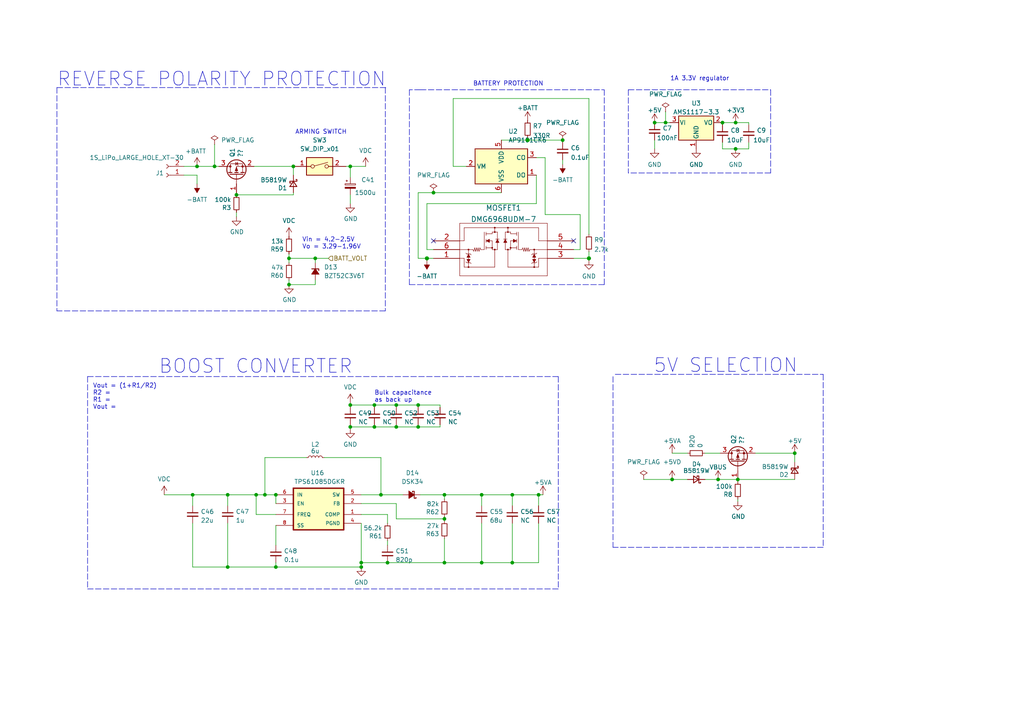
<source format=kicad_sch>
(kicad_sch (version 20211123) (generator eeschema)
  (paper "A4")
  (lib_symbols
    (symbol "Battery_Management:AP9101CK6"
      (property "Reference" "U" (at -7.62 6.35 0))
      (property "Value" "AP9101CK6" (at 7.62 6.35 0))
      (symbol "AP9101CK6_1_1"
        (pin output line (at 10.16 -2.54 180) (length 2.54) (name "DO") (number "1"))
        (pin passive line (at -10.16 0 0) (length 2.54) (name "VM") (number "2"))
        (pin output line (at 10.16 2.54 180) (length 2.54) (name "CO") (number "3"))
        (pin no_connect line (at -7.62 -2.54 0) (length 2.54) hide (name "NC") (number "4"))
        (pin power_in line (at 0 7.62 270) (length 2.54) (name "VDD") (number "5"))
        (pin power_in line (at 0 -7.62 90) (length 2.54) (name "VSS") (number "6"))
      )
    )
    (symbol "Connector:Conn_01x02_Female" (pin_names (offset 1.016) hide)
      (property "Reference" "J" (at 0 2.54 0))
      (property "Value" "Conn_01x02_Female" (at 0 -5.08 0))
      (symbol "Conn_01x02_Female_1_1"
        (pin passive line (at -5.08 0 0) (length 3.81) (name "Pin_1") (number "1"))
        (pin passive line (at -5.08 -2.54 0) (length 3.81) (name "Pin_2") (number "2"))
      )
    )
    (symbol "DMG6968UDM-7:DMG6968UDM-7" (pin_names (offset 0.254) hide)
      (property "Reference" "MOSFET" (at 20.32 10.16 0))
      (property "Value" "DMG6968UDM-7" (at 20.32 7.62 0))
      (symbol "DMG6968UDM-7_1_1"
        (pin unspecified line (at 0 -5.08 0) (length 7.62) (name "S1") (number "1"))
        (pin unspecified line (at 0 0 0) (length 7.62) (name "D1/D2") (number "2"))
        (pin unspecified line (at 40.64 -5.08 180) (length 7.62) (name "S2") (number "3"))
        (pin unspecified line (at 40.64 -2.54 180) (length 7.62) (name "G2") (number "4"))
        (pin unspecified line (at 40.64 0 180) (length 7.62) (name "D1/D2") (number "5"))
        (pin unspecified line (at 0 -2.54 0) (length 7.62) (name "G1") (number "6"))
      )
    )
    (symbol "Device:C_Polarized_Small" (pin_numbers hide) (pin_names (offset 0.254) hide)
      (property "Reference" "C" (at 0.254 1.778 0))
      (property "Value" "C_Polarized_Small" (at 0.254 -2.032 0))
      (symbol "C_Polarized_Small_1_1"
        (pin passive line (at 0 2.54 270) (length 1.8542) (name "~") (number "1"))
        (pin passive line (at 0 -2.54 90) (length 1.8542) (name "~") (number "2"))
      )
    )
    (symbol "Device:C_Small" (pin_numbers hide) (pin_names (offset 0.254) hide)
      (property "Reference" "C" (at 0.254 1.778 0))
      (property "Value" "C_Small" (at 0.254 -2.032 0))
      (symbol "C_Small_1_1"
        (pin passive line (at 0 2.54 270) (length 2.032) (name "~") (number "1"))
        (pin passive line (at 0 -2.54 90) (length 2.032) (name "~") (number "2"))
      )
    )
    (symbol "Device:D_Schottky_Small" (pin_numbers hide) (pin_names (offset 0.254) hide)
      (property "Reference" "D" (at -1.27 2.032 0))
      (property "Value" "D_Schottky_Small" (at -7.112 -2.032 0))
      (symbol "D_Schottky_Small_1_1"
        (pin passive line (at -2.54 0 0) (length 1.778) (name "K") (number "1"))
        (pin passive line (at 2.54 0 180) (length 1.778) (name "A") (number "2"))
      )
    )
    (symbol "Device:D_Schottky_Small_Filled" (pin_numbers hide) (pin_names (offset 0.254) hide)
      (property "Reference" "D" (at -1.27 2.032 0))
      (property "Value" "D_Schottky_Small_Filled" (at -7.112 -2.032 0))
      (symbol "D_Schottky_Small_Filled_1_1"
        (pin passive line (at -2.54 0 0) (length 1.778) (name "K") (number "1"))
        (pin passive line (at 2.54 0 180) (length 1.778) (name "A") (number "2"))
      )
    )
    (symbol "Device:D_Zener_Small_Filled" (pin_numbers hide) (pin_names (offset 0.254) hide)
      (property "Reference" "D" (at 0 2.286 0))
      (property "Value" "D_Zener_Small_Filled" (at 0 -2.286 0))
      (symbol "D_Zener_Small_Filled_1_1"
        (pin passive line (at -2.54 0 0) (length 1.778) (name "K") (number "1"))
        (pin passive line (at 2.54 0 180) (length 1.778) (name "A") (number "2"))
      )
    )
    (symbol "Device:FerriteBead_Small" (pin_numbers hide) (pin_names (offset 0))
      (property "Reference" "FB" (at 1.905 1.27 0))
      (property "Value" "FerriteBead_Small" (at 1.905 -1.27 0))
      (symbol "FerriteBead_Small_1_1"
        (pin passive line (at 0 2.54 270) (length 1.27) (name "~") (number "1"))
        (pin passive line (at 0 -2.54 90) (length 1.27) (name "~") (number "2"))
      )
    )
    (symbol "Device:L_Small" (pin_numbers hide) (pin_names (offset 0.254) hide)
      (property "Reference" "L" (at 0.762 1.016 0))
      (property "Value" "L_Small" (at 0.762 -1.016 0))
      (symbol "L_Small_1_1"
        (pin passive line (at 0 2.54 270) (length 0.508) (name "~") (number "1"))
        (pin passive line (at 0 -2.54 90) (length 0.508) (name "~") (number "2"))
      )
    )
    (symbol "Device:R_Small" (pin_numbers hide) (pin_names (offset 0.254) hide)
      (property "Reference" "R" (at 0.762 0.508 0))
      (property "Value" "R_Small" (at 0.762 -1.016 0))
      (symbol "R_Small_1_1"
        (pin passive line (at 0 2.54 270) (length 0.762) (name "~") (number "1"))
        (pin passive line (at 0 -2.54 90) (length 0.762) (name "~") (number "2"))
      )
    )
    (symbol "FP6276BXR-G1:FP6276BXR-G1"
      (property "Reference" "U1" (at 1.778 9.745 0))
      (property "Value" "FP6276BXR-G1" (at 0 7.2081 0))
      (symbol "FP6276BXR-G1_1_1"
        (pin passive line (at -6.985 1.905 0) (length 2.54) (name "LX") (number "1"))
        (pin output line (at -6.985 -0.635 0) (length 2.54) (name "LX") (number "2"))
        (pin input line (at -6.985 -3.175 0) (length 2.54) (name "VIN") (number "3"))
        (pin input line (at -6.985 -5.715 0) (length 2.54) (name "EN") (number "4"))
        (pin input line (at 6.985 -5.715 180) (length 2.54) (name "GND") (number "5"))
        (pin input line (at 6.985 -3.175 180) (length 2.54) (name "FB") (number "6"))
        (pin output line (at 6.985 -0.635 180) (length 2.54) (name "OC") (number "7"))
        (pin output line (at 6.985 1.905 180) (length 2.54) (name "VO") (number "8"))
      )
    )
    (symbol "Regulator_Linear:AMS1117-3.3" (pin_names (offset 0.254))
      (property "Reference" "U" (at -3.81 3.175 0))
      (property "Value" "AMS1117-3.3" (at 0 3.175 0))
      (symbol "AMS1117-3.3_1_1"
        (pin power_in line (at 0 -7.62 90) (length 2.54) (name "GND") (number "1"))
        (pin power_out line (at 7.62 0 180) (length 2.54) (name "VO") (number "2"))
        (pin power_in line (at -7.62 0 0) (length 2.54) (name "VI") (number "3"))
      )
    )
    (symbol "Switch:SW_DIP_x01" (pin_names (offset 0) hide)
      (property "Reference" "SW" (at 0 3.81 0))
      (property "Value" "SW_DIP_x01" (at 0 -3.81 0))
      (symbol "SW_DIP_x01_1_1"
        (pin passive line (at -7.62 0 0) (length 5.08) (name "~") (number "1"))
        (pin passive line (at 7.62 0 180) (length 5.08) (name "~") (number "2"))
      )
    )
    (symbol "TPS61085DGKR:TPS61085DGKR" (pin_names (offset 1.016))
      (property "Reference" "U" (at -6.35 -0.635 0))
      (property "Value" "TPS61085DGKR" (at -12.7 -16.6878 0))
      (symbol "TPS61085DGKR_0_0"
        (pin bidirectional line (at 6.985 -8.89 180) (length 5.08) (name "COMP") (number "1"))
        (pin input line (at 6.985 -5.715 180) (length 5.08) (name "FB") (number "2"))
        (pin input line (at -17.78 -5.715 0) (length 5.08) (name "EN") (number "3"))
        (pin power_in line (at 6.985 -11.43 180) (length 5.08) (name "PGND") (number "4"))
        (pin input line (at 6.985 -3.175 180) (length 5.08) (name "SW") (number "5"))
        (pin input line (at -17.78 -3.175 0) (length 5.08) (name "IN") (number "6"))
        (pin input line (at -17.78 -8.89 0) (length 5.08) (name "FREQ") (number "7"))
        (pin output line (at -17.78 -12.065 0) (length 5.08) (name "SS") (number "8"))
      )
    )
    (symbol "Transistor_FET:Si2319CDS" (pin_names hide)
      (property "Reference" "Q" (at 5.08 1.905 0))
      (property "Value" "Si2319CDS" (at 5.08 0 0))
      (symbol "Si2319CDS_1_1"
        (pin input line (at -5.08 0 0) (length 2.54) (name "G") (number "1"))
        (pin passive line (at 2.54 -5.08 90) (length 2.54) (name "S") (number "2"))
        (pin passive line (at 2.54 5.08 270) (length 2.54) (name "D") (number "3"))
      )
    )
    (symbol "power:+3.3V" (power) (pin_names (offset 0))
      (property "Value" "+3.3V" (at 0 3.556 0))
      (symbol "+3.3V_1_1"
        (pin power_in line (at 0 0 90) (length 0) hide (name "+3V3") (number "1"))
      )
    )
    (symbol "power:+5V" (power) (pin_names (offset 0))
      (property "Value" "+5V" (at 0 3.556 0))
      (symbol "+5V_1_1"
        (pin power_in line (at 0 0 90) (length 0) hide (name "+5V") (number "1"))
      )
    )
    (symbol "power:+5VA" (power) (pin_names (offset 0))
      (property "Value" "+5VA" (at 0 3.556 0))
      (symbol "+5VA_1_1"
        (pin power_in line (at 0 0 90) (length 0) hide (name "+5VA") (number "1"))
      )
    )
    (symbol "power:+5VD" (power) (pin_names (offset 0))
      (property "Value" "+5VD" (at 0 3.556 0))
      (symbol "+5VD_1_1"
        (pin power_in line (at 0 0 90) (length 0) hide (name "+5VD") (number "1"))
      )
    )
    (symbol "power:+BATT" (power) (pin_names (offset 0))
      (property "Value" "+BATT" (at 0 3.556 0))
      (symbol "+BATT_1_1"
        (pin power_in line (at 0 0 90) (length 0) hide (name "+BATT") (number "1"))
      )
    )
    (symbol "power:-BATT" (power) (pin_names (offset 0))
      (property "Value" "-BATT" (at 0 3.556 0))
      (symbol "-BATT_1_1"
        (pin power_in line (at 0 0 90) (length 0) hide (name "-BATT") (number "1"))
      )
    )
    (symbol "power:GND" (power) (pin_names (offset 0))
      (property "Value" "GND" (at 0 -3.81 0))
      (symbol "GND_1_1"
        (pin power_in line (at 0 0 270) (length 0) hide (name "GND") (number "1"))
      )
    )
    (symbol "power:PWR_FLAG" (power) (pin_numbers hide) (pin_names (offset 0) hide)
      (property "Value" "PWR_FLAG" (at 0 3.81 0))
      (symbol "PWR_FLAG_0_0"
        (pin power_out line (at 0 0 90) (length 0) (name "pwr") (number "1"))
      )
    )
    (symbol "power:VBUS" (power) (pin_names (offset 0))
      (property "Value" "VBUS" (at 0 3.81 0))
      (symbol "VBUS_1_1"
        (pin power_in line (at 0 0 90) (length 0) hide (name "VBUS") (number "1"))
      )
    )
    (symbol "power:VDC" (power) (pin_names (offset 0))
      (property "Value" "VDC" (at 0 6.35 0))
      (symbol "VDC_1_1"
        (pin power_in line (at 0 0 90) (length 0) hide (name "VDC") (number "1"))
      )
    )
  )
  (junction (at 66.04 143.51))
  (junction (at 170.815 74.93) (diameter 1.016))
  (junction (at 80.01 164.465))
  (junction (at -60.325 123.825))
  (junction (at -129.54 139.7))
  (junction (at -119.38 149.86))
  (junction (at -117.475 142.24))
  (junction (at 209.55 35.56))
  (junction (at -73.66 123.825))
  (junction (at 74.295 143.51))
  (junction (at -46.99 140.335))
  (junction (at -62.865 151.765))
  (junction (at 148.59 163.195))
  (junction (at 128.905 163.195))
  (junction (at 193.04 35.56))
  (junction (at 121.285 117.475))
  (junction (at 139.7 163.195))
  (junction (at 108.585 123.825))
  (junction (at -66.675 117.475))
  (junction (at 121.285 123.825))
  (junction (at 194.945 139.065))
  (junction (at 114.935 123.825))
  (junction (at 230.505 131.445))
  (junction (at 101.6 117.475))
  (junction (at -53.975 117.475))
  (junction (at 68.58 56.515))
  (junction (at 114.935 117.475))
  (junction (at -67.945 140.335))
  (junction (at -53.975 123.825))
  (junction (at 76.835 143.51))
  (junction (at 57.15 48.26))
  (junction (at 62.23 48.26))
  (junction (at 189.865 35.56))
  (junction (at 83.82 74.93))
  (junction (at 104.775 163.195))
  (junction (at -142.24 139.7))
  (junction (at 128.905 150.495))
  (junction (at -46.99 151.765))
  (junction (at 125.73 55.88))
  (junction (at 208.28 139.065))
  (junction (at -80.01 140.335))
  (junction (at -80.01 146.05))
  (junction (at 123.825 74.93) (diameter 1.016))
  (junction (at 85.09 48.26))
  (junction (at 101.6 48.26))
  (junction (at 101.6 123.825))
  (junction (at 213.36 43.18))
  (junction (at -27.94 140.335))
  (junction (at 163.195 40.64))
  (junction (at -73.66 117.475))
  (junction (at 83.82 82.55))
  (junction (at 213.995 139.065))
  (junction (at 80.01 143.51))
  (junction (at 112.395 163.195))
  (junction (at 153.035 40.64) (diameter 1.016))
  (junction (at -66.675 123.825))
  (junction (at 91.44 74.93))
  (junction (at -60.325 117.475))
  (junction (at 213.36 35.56))
  (junction (at 55.88 143.51))
  (junction (at 108.585 117.475))
  (junction (at 104.775 164.465))
  (junction (at -117.475 139.7))
  (junction (at 148.59 143.51))
  (junction (at 139.7 143.51))
  (junction (at -134.62 139.7))
  (junction (at -33.02 140.335))
  (junction (at 110.49 143.51))
  (junction (at 128.905 143.51))
  (junction (at 66.04 164.465))
  (junction (at 156.21 143.51))
  (no_connect (at 125.73 69.85))
  (no_connect (at 166.37 69.85))
  (polyline (pts (xy 238.76 158.75) (xy 177.8 158.75)))
  (wire (pts (xy -46.99 149.86) (xy -46.99 151.765)))
  (wire (pts (xy 139.7 163.195) (xy 148.59 163.195)))
  (wire (pts (xy 127.635 117.475) (xy 121.285 117.475)))
  (wire (pts (xy -60.325 117.475) (xy -60.325 118.11)))
  (wire (pts (xy 217.17 41.275) (xy 217.17 43.18)))
  (wire (pts (xy -73.66 123.19) (xy -73.66 123.825)))
  (wire (pts (xy -111.125 128.905) (xy -107.95 128.905)))
  (wire (pts (xy 68.58 61.595) (xy 68.58 62.865)))
  (wire (pts (xy 104.775 163.195) (xy 112.395 163.195)))
  (wire (pts (xy -100.965 149.86) (xy -99.06 149.86)))
  (wire (pts (xy 85.09 48.26) (xy 85.09 50.8)))
  (wire (pts (xy -60.325 117.475) (xy -66.675 117.475)))
  (wire (pts (xy -119.38 149.86) (xy -114.935 149.86)))
  (wire (pts (xy -27.94 140.335) (xy -20.32 140.335)))
  (wire (pts (xy -129.54 139.7) (xy -128.27 139.7)))
  (wire (pts (xy -114.935 144.78) (xy -117.475 144.78)))
  (polyline (pts (xy 121.92 26.035) (xy 175.26 26.035)) (stroke (width 0) (type dash)))
  (wire (pts (xy 128.905 143.51) (xy 128.905 144.78)))
  (wire (pts (xy 135.255 48.26) (xy 131.445 48.26)))
  (wire (pts (xy 62.23 41.91) (xy 62.23 48.26)))
  (wire (pts (xy -142.24 139.7) (xy -134.62 139.7)))
  (wire (pts (xy 125.73 55.88) (xy 121.285 55.88)))
  (wire (pts (xy 170.815 73.025) (xy 170.815 74.93)))
  (wire (pts (xy 156.21 163.195) (xy 156.21 151.765)))
  (polyline (pts (xy 25.4 109.22) (xy 161.925 109.22)))
  (wire (pts (xy -46.99 151.765) (xy -33.02 151.765)))
  (wire (pts (xy 66.04 143.51) (xy 66.04 146.685)))
  (wire (pts (xy 153.035 40.64) (xy 163.195 40.64)))
  (polyline (pts (xy 223.52 26.035) (xy 223.52 50.165)))
  (wire (pts (xy -97.155 147.32) (xy -97.155 146.05)))
  (wire (pts (xy 145.415 55.88) (xy 125.73 55.88)))
  (wire (pts (xy 209.55 43.18) (xy 213.36 43.18)))
  (wire (pts (xy 101.6 123.825) (xy 101.6 124.46)))
  (wire (pts (xy 100.33 48.26) (xy 101.6 48.26)))
  (wire (pts (xy 101.6 56.515) (xy 101.6 59.055)))
  (wire (pts (xy 62.23 48.26) (xy 63.5 48.26)))
  (wire (pts (xy -73.66 123.825) (xy -73.66 124.46)))
  (wire (pts (xy 66.04 143.51) (xy 74.295 143.51)))
  (wire (pts (xy -53.975 117.475) (xy -60.325 117.475)))
  (wire (pts (xy -47.625 123.825) (xy -47.625 123.19)))
  (wire (pts (xy 156.21 143.51) (xy 156.21 146.685)))
  (wire (pts (xy 108.585 123.825) (xy 114.935 123.825)))
  (wire (pts (xy 148.59 143.51) (xy 156.21 143.51)))
  (polyline (pts (xy 178.435 108.585) (xy 238.76 108.585)))
  (wire (pts (xy 76.835 132.715) (xy 76.835 143.51)))
  (wire (pts (xy 101.6 116.84) (xy 101.6 117.475)))
  (wire (pts (xy -33.02 151.765) (xy -33.02 149.86)))
  (wire (pts (xy 55.88 143.51) (xy 66.04 143.51)))
  (wire (pts (xy 55.88 164.465) (xy 66.04 164.465)))
  (polyline (pts (xy 121.92 26.035) (xy 118.745 26.035)) (stroke (width 0) (type dash)))
  (wire (pts (xy 186.69 139.065) (xy 194.945 139.065)))
  (wire (pts (xy 139.7 163.195) (xy 128.905 163.195)))
  (wire (pts (xy 155.575 50.8) (xy 155.575 59.055)))
  (polyline (pts (xy 25.4 109.22) (xy 25.4 170.815)))
  (wire (pts (xy -97.155 146.05) (xy -80.01 146.05)))
  (wire (pts (xy 80.01 163.195) (xy 80.01 164.465)))
  (wire (pts (xy 139.7 151.765) (xy 139.7 163.195)))
  (wire (pts (xy 219.075 131.445) (xy 230.505 131.445)))
  (wire (pts (xy 163.195 40.64) (xy 163.195 41.275)))
  (wire (pts (xy -47.625 118.11) (xy -47.625 117.475)))
  (wire (pts (xy -114.935 147.32) (xy -129.54 147.32)))
  (wire (pts (xy -129.54 147.32) (xy -129.54 139.7)))
  (wire (pts (xy -100.965 144.78) (xy -97.155 144.78)))
  (wire (pts (xy -117.475 139.7) (xy -117.475 142.24)))
  (wire (pts (xy 131.445 28.575) (xy 170.815 28.575)))
  (wire (pts (xy 153.035 40.64) (xy 153.035 40.005)))
  (polyline (pts (xy 238.76 108.585) (xy 238.76 158.75)))
  (wire (pts (xy 110.49 143.51) (xy 104.775 143.51)))
  (wire (pts (xy 66.04 164.465) (xy 80.01 164.465)))
  (wire (pts (xy 83.82 74.93) (xy 91.44 74.93)))
  (wire (pts (xy 112.395 156.845) (xy 112.395 158.115)))
  (wire (pts (xy 217.17 43.18) (xy 213.36 43.18)))
  (wire (pts (xy -66.675 123.825) (xy -66.675 123.19)))
  (wire (pts (xy 121.285 55.88) (xy 121.285 74.93)))
  (wire (pts (xy -100.965 140.335) (xy -80.01 140.335)))
  (wire (pts (xy -142.24 144.78) (xy -142.24 151.13)))
  (wire (pts (xy 57.15 50.8) (xy 57.15 53.34)))
  (wire (pts (xy 217.17 35.56) (xy 217.17 36.195)))
  (wire (pts (xy 57.15 50.8) (xy 53.34 50.8)))
  (wire (pts (xy 121.285 117.475) (xy 114.935 117.475)))
  (wire (pts (xy -66.675 117.475) (xy -66.675 118.11)))
  (wire (pts (xy 121.92 143.51) (xy 128.905 143.51)))
  (wire (pts (xy -122.555 149.86) (xy -119.38 149.86)))
  (wire (pts (xy 55.88 146.685) (xy 55.88 143.51)))
  (wire (pts (xy -117.475 142.24) (xy -114.935 142.24)))
  (wire (pts (xy 128.905 156.21) (xy 128.905 163.195)))
  (wire (pts (xy -33.02 144.78) (xy -33.02 140.335)))
  (wire (pts (xy 193.04 32.385) (xy 193.04 35.56)))
  (wire (pts (xy 209.55 35.56) (xy 209.55 36.195)))
  (wire (pts (xy 123.825 72.39) (xy 125.73 72.39)))
  (wire (pts (xy 170.815 74.93) (xy 170.815 75.565)))
  (wire (pts (xy 131.445 48.26) (xy 131.445 28.575)))
  (polyline (pts (xy 161.925 109.22) (xy 161.925 170.815)))
  (wire (pts (xy -80.01 140.335) (xy -67.945 140.335)))
  (wire (pts (xy 73.66 48.26) (xy 85.09 48.26)))
  (wire (pts (xy 209.55 41.275) (xy 209.55 43.18)))
  (wire (pts (xy -117.475 128.905) (xy -116.205 128.905)))
  (wire (pts (xy 155.575 59.055) (xy 123.825 59.055)))
  (wire (pts (xy 193.04 35.56) (xy 194.31 35.56)))
  (wire (pts (xy 121.285 74.93) (xy 123.825 74.93)))
  (wire (pts (xy -67.945 149.86) (xy -67.945 151.765)))
  (polyline (pts (xy 111.76 90.17) (xy 16.51 90.17)))
  (wire (pts (xy 110.49 132.715) (xy 110.49 143.51)))
  (wire (pts (xy -67.945 140.335) (xy -46.99 140.335)))
  (wire (pts (xy 128.905 163.195) (xy 112.395 163.195)))
  (wire (pts (xy -47.625 117.475) (xy -53.975 117.475)))
  (wire (pts (xy 121.285 123.825) (xy 121.285 123.19)))
  (wire (pts (xy 127.635 123.825) (xy 127.635 123.19)))
  (wire (pts (xy -134.62 139.7) (xy -129.54 139.7)))
  (polyline (pts (xy -149.86 109.22) (xy -149.86 170.815)))
  (wire (pts (xy -67.945 151.765) (xy -62.865 151.765)))
  (wire (pts (xy -60.325 123.825) (xy -60.325 123.19)))
  (wire (pts (xy 101.6 48.26) (xy 101.6 51.435)))
  (polyline (pts (xy 223.52 50.165) (xy 182.245 50.165)))
  (wire (pts (xy -92.71 148.59) (xy -92.71 151.13)))
  (wire (pts (xy -60.325 123.825) (xy -53.975 123.825)))
  (wire (pts (xy 91.44 74.93) (xy 95.25 74.93)))
  (wire (pts (xy 80.01 164.465) (xy 104.775 164.465)))
  (wire (pts (xy 125.73 74.93) (xy 123.825 74.93)))
  (wire (pts (xy 163.195 46.355) (xy 163.195 47.625)))
  (wire (pts (xy 91.44 82.55) (xy 91.44 81.28)))
  (wire (pts (xy 128.905 150.495) (xy 128.905 151.13)))
  (wire (pts (xy 83.82 73.66) (xy 83.82 74.93)))
  (wire (pts (xy 194.945 139.065) (xy 199.39 139.065)))
  (wire (pts (xy 166.37 74.93) (xy 170.815 74.93)))
  (wire (pts (xy 57.15 48.26) (xy 53.34 48.26)))
  (wire (pts (xy -33.02 140.335) (xy -27.94 140.335)))
  (wire (pts (xy 108.585 117.475) (xy 101.6 117.475)))
  (polyline (pts (xy 182.245 26.035) (xy 223.52 26.035)))
  (wire (pts (xy 83.82 82.55) (xy 91.44 82.55)))
  (wire (pts (xy 168.275 72.39) (xy 168.275 62.23)))
  (wire (pts (xy 194.945 131.445) (xy 199.39 131.445)))
  (polyline (pts (xy 16.51 25.4) (xy 16.51 90.17)))
  (wire (pts (xy 68.58 55.88) (xy 68.58 56.515)))
  (wire (pts (xy 204.47 131.445) (xy 208.915 131.445)))
  (wire (pts (xy -46.99 140.335) (xy -42.545 140.335)))
  (wire (pts (xy 123.825 59.055) (xy 123.825 72.39)))
  (wire (pts (xy 80.01 149.225) (xy 74.295 149.225)))
  (wire (pts (xy 145.415 40.64) (xy 153.035 40.64)))
  (wire (pts (xy 108.585 117.475) (xy 108.585 118.11)))
  (wire (pts (xy 139.7 143.51) (xy 139.7 146.685)))
  (wire (pts (xy 123.825 74.93) (xy 123.825 75.565)))
  (wire (pts (xy -66.675 123.825) (xy -60.325 123.825)))
  (wire (pts (xy 55.88 151.765) (xy 55.88 164.465)))
  (wire (pts (xy -80.01 145.415) (xy -80.01 146.05)))
  (wire (pts (xy 93.98 132.715) (xy 110.49 132.715)))
  (wire (pts (xy -53.975 123.825) (xy -53.975 123.19)))
  (wire (pts (xy 155.575 45.72) (xy 158.115 45.72)))
  (wire (pts (xy -99.06 149.86) (xy -99.06 151.13)))
  (wire (pts (xy 110.49 143.51) (xy 116.84 143.51)))
  (wire (pts (xy 166.37 72.39) (xy 168.275 72.39)))
  (polyline (pts (xy 182.245 26.035) (xy 182.245 50.165)))
  (wire (pts (xy 108.585 123.825) (xy 108.585 123.19)))
  (wire (pts (xy -73.66 123.825) (xy -66.675 123.825)))
  (polyline (pts (xy 111.76 25.4) (xy 111.76 90.17)))
  (wire (pts (xy 101.6 123.825) (xy 108.585 123.825)))
  (wire (pts (xy 80.01 143.51) (xy 80.01 146.05)))
  (wire (pts (xy 104.775 149.225) (xy 112.395 149.225)))
  (wire (pts (xy -73.66 117.475) (xy -73.66 118.11)))
  (wire (pts (xy 208.28 139.065) (xy 213.995 139.065)))
  (wire (pts (xy 209.55 35.56) (xy 213.36 35.56)))
  (wire (pts (xy 121.285 117.475) (xy 121.285 118.11)))
  (wire (pts (xy 213.995 144.78) (xy 213.995 145.415)))
  (wire (pts (xy 230.505 131.445) (xy 230.505 133.985)))
  (wire (pts (xy -53.975 123.825) (xy -47.625 123.825)))
  (polyline (pts (xy 118.745 82.55) (xy 175.26 82.55)) (stroke (width 0) (type dash)))
  (wire (pts (xy -100.965 142.24) (xy -100.965 140.335)))
  (polyline (pts (xy 118.745 26.035) (xy 118.745 82.55)) (stroke (width 0) (type dash)))
  (wire (pts (xy -53.975 117.475) (xy -53.975 118.11)))
  (wire (pts (xy 114.935 150.495) (xy 114.935 146.05)))
  (wire (pts (xy 128.905 150.495) (xy 114.935 150.495)))
  (wire (pts (xy -66.675 117.475) (xy -73.66 117.475)))
  (wire (pts (xy 128.905 143.51) (xy 139.7 143.51)))
  (wire (pts (xy 189.865 40.64) (xy 189.865 43.18)))
  (wire (pts (xy 168.275 62.23) (xy 158.115 62.23)))
  (wire (pts (xy 101.6 48.26) (xy 106.045 48.26)))
  (wire (pts (xy -117.475 144.78) (xy -117.475 142.24)))
  (wire (pts (xy -62.865 151.765) (xy -46.99 151.765)))
  (wire (pts (xy -97.155 144.78) (xy -97.155 143.51)))
  (wire (pts (xy 148.59 163.195) (xy 156.21 163.195)))
  (wire (pts (xy 85.09 55.88) (xy 85.09 56.515)))
  (wire (pts (xy 101.6 117.475) (xy 101.6 118.11)))
  (wire (pts (xy -101.6 129.54) (xy -101.6 128.905)))
  (wire (pts (xy 83.82 74.93) (xy 83.82 76.2)))
  (wire (pts (xy 66.04 151.765) (xy 66.04 164.465)))
  (wire (pts (xy 158.115 45.72) (xy 158.115 62.23)))
  (wire (pts (xy 114.935 117.475) (xy 114.935 118.11)))
  (wire (pts (xy 47.625 143.51) (xy 55.88 143.51)))
  (wire (pts (xy -73.66 116.84) (xy -73.66 117.475)))
  (wire (pts (xy -117.475 128.905) (xy -117.475 139.7)))
  (wire (pts (xy 170.815 28.575) (xy 170.815 67.945)))
  (wire (pts (xy -67.945 140.335) (xy -67.945 144.78)))
  (wire (pts (xy -123.19 139.7) (xy -117.475 139.7)))
  (wire (pts (xy 213.36 35.56) (xy 217.17 35.56)))
  (wire (pts (xy 189.865 35.56) (xy 193.04 35.56)))
  (wire (pts (xy 83.82 81.28) (xy 83.82 82.55)))
  (wire (pts (xy -101.6 128.905) (xy -102.87 128.905)))
  (wire (pts (xy 148.59 163.195) (xy 148.59 151.765)))
  (polyline (pts (xy 16.51 25.4) (xy 112.395 25.4)))
  (wire (pts (xy 114.935 146.05) (xy 104.775 146.05)))
  (wire (pts (xy 68.58 56.515) (xy 85.09 56.515)))
  (wire (pts (xy 121.285 123.825) (xy 127.635 123.825)))
  (wire (pts (xy 88.9 132.715) (xy 76.835 132.715)))
  (wire (pts (xy 57.15 48.26) (xy 62.23 48.26)))
  (wire (pts (xy 114.935 123.825) (xy 121.285 123.825)))
  (wire (pts (xy 213.995 139.065) (xy 213.995 139.7)))
  (wire (pts (xy -46.99 140.335) (xy -46.99 144.78)))
  (wire (pts (xy -129.54 149.86) (xy -127.635 149.86)))
  (wire (pts (xy -33.02 140.335) (xy -37.465 140.335)))
  (wire (pts (xy 76.835 143.51) (xy 80.01 143.51)))
  (polyline (pts (xy -13.335 170.815) (xy -149.86 170.815)))
  (polyline (pts (xy 175.26 82.55) (xy 175.26 26.035)) (stroke (width 0) (type dash)))
  (wire (pts (xy 128.905 149.86) (xy 128.905 150.495)))
  (polyline (pts (xy -13.335 109.22) (xy -13.335 170.815)))
  (wire (pts (xy 91.44 76.2) (xy 91.44 74.93)))
  (wire (pts (xy -97.155 143.51) (xy -92.71 143.51)))
  (wire (pts (xy 114.935 117.475) (xy 108.585 117.475)))
  (wire (pts (xy -80.01 146.05) (xy -80.01 147.32)))
  (wire (pts (xy 148.59 143.51) (xy 148.59 146.685)))
  (wire (pts (xy 213.995 139.065) (xy 230.505 139.065)))
  (wire (pts (xy 204.47 139.065) (xy 208.28 139.065)))
  (wire (pts (xy 74.295 149.225) (xy 74.295 143.51)))
  (wire (pts (xy 139.7 143.51) (xy 148.59 143.51)))
  (wire (pts (xy -100.965 147.32) (xy -97.155 147.32)))
  (wire (pts (xy 156.21 143.51) (xy 157.48 143.51)))
  (polyline (pts (xy 177.8 109.22) (xy 177.8 158.75)))
  (wire (pts (xy 104.775 163.195) (xy 104.775 164.465)))
  (wire (pts (xy 101.6 123.19) (xy 101.6 123.825)))
  (polyline (pts (xy 161.925 170.815) (xy 25.4 170.815)))
  (wire (pts (xy 74.295 143.51) (xy 76.835 143.51)))
  (wire (pts (xy 104.775 151.765) (xy 104.775 163.195)))
  (wire (pts (xy 127.635 118.11) (xy 127.635 117.475)))
  (wire (pts (xy 80.01 152.4) (xy 80.01 158.115)))
  (polyline (pts (xy -149.86 109.22) (xy -13.335 109.22)))
  (wire (pts (xy 112.395 149.225) (xy 112.395 151.765)))
  (wire (pts (xy 114.935 123.825) (xy 114.935 123.19)))
  (text "5V SELECTION" (at 189.484 108.458 0) (effects (font (size 3.9878 3.9878)) (justify left bottom)))
  (text "Vout = 0.6(1+R1/R2)\nR2 = 10k\nR1 = 73.2k\nVout = 4.992V" (at -148.336 118.872 0) (effects (font (size 1.27 1.27)) (justify left bottom)))
  (text "Pi Filter \n(Optional)" (at -44.704 131.826 0) (effects (font (size 1.27 1.27)) (justify left bottom)))
  (text "BOOST CONVERTER" (at 45.974 108.712 0) (effects (font (size 3.9878 3.9878)) (justify left bottom)))
  (text "Bulk capacitance \nas back up" (at -66.675 116.84 0) (effects (font (size 1.27 1.27)) (justify left bottom)))
  (text "1A 3.3V regulator" (at 194.3608 23.622 0) (effects (font (size 1.27 1.27)) (justify left bottom)))
  (text "BOOST CONVERTER" (at -129.286 108.712 0) (effects (font (size 3.9878 3.9878)) (justify left bottom)))
  (text "REVERSE POLARITY PROTECTION" (at 16.51 25.4 0) (effects (font (size 3.9878 3.9878)) (justify left bottom)))
  (text "Vout = (1+R1/R2)\nR2 = \nR1 = \nVout = " (at 26.924 118.872 0) (effects (font (size 1.27 1.27)) (justify left bottom)))
  (text "R2" (at -83.82 149.86 0) (effects (font (size 1.27 1.27)) (justify left bottom)))
  (text "BATTERY PROTECTION" (at 137.1854 25.1206 0) (effects (font (size 1.27 1.27)) (justify left bottom)))
  (text "37.5k gives\nover current\nthreshold 5A" (at -94.615 138.43 0) (effects (font (size 1.27 1.27)) (justify left bottom)))
  (text "R1" (at -83.82 143.51 0) (effects (font (size 1.27 1.27)) (justify left bottom)))
  (text "Bulk capacitance \nas back up" (at 108.585 116.84 0) (effects (font (size 1.27 1.27)) (justify left bottom)))
  (text "ARMING SWITCH" (at 85.598 39.116 0) (effects (font (size 1.27 1.27)) (justify left bottom)))
  (text "Vin = 4.2-2.5V\nVo = 3.29-1.96V" (at 87.63 72.39 0) (effects (font (size 1.27 1.27)) (justify left bottom)))
  (hierarchical_label "BATT_VOLT" (shape input) (at 95.25 74.93 0))
  (hierarchical_label "BOOST_EN" (shape input) (at -129.54 149.86 180))
  (symbol (lib_id "Device:C_Small") (at 80.01 160.655 0) (unit 1)
    (property "Reference" "C48" (at 82.3341 159.8266 0) (effects (justify left)))
    (property "Value" "0.1u" (at 82.3341 162.3635 0) (effects (justify left)))
    (property "Footprint" "Capacitor_SMD:C_0603_1608Metric" (effects hide))
  )
  (symbol (lib_id "power:+5VA") (at 194.945 131.445 0) (unit 1)
    (property "Reference" "#PWR0101" (effects hide))
    (property "Value" "+5VA" (at 194.945 127.8692 0))
  )
  (symbol (lib_id "Device:C_Small") (at 66.04 149.225 0) (unit 1)
    (property "Reference" "C47" (at 68.3641 148.3966 0) (effects (justify left)))
    (property "Value" "1u" (at 68.3641 150.9335 0) (effects (justify left)))
    (property "Footprint" "Capacitor_SMD:C_0603_1608Metric" (effects hide))
  )
  (symbol (lib_id "Device:C_Small") (at 127.635 120.65 0) (unit 1)
    (property "Reference" "C54" (at 129.9591 119.8216 0) (effects (justify left)))
    (property "Value" "NC" (at 129.9591 122.3585 0) (effects (justify left)))
    (property "Footprint" "Capacitor_SMD:C_0603_1608Metric" (effects hide))
  )
  (symbol (lib_id "power:GND") (at 101.6 124.46 0) (unit 1)
    (property "Reference" "#PWR0222" (effects hide))
    (property "Value" "GND" (at 101.6 128.9034 0))
  )
  (symbol (lib_id "power:VBUS") (at 208.28 139.065 0) (unit 1)
    (property "Reference" "#PWR0102" (effects hide))
    (property "Value" "VBUS" (at 208.28 135.4892 0))
  )
  (symbol (lib_id "power:+5V") (at 230.505 131.445 0) (unit 1)
    (property "Reference" "#PWR0104" (effects hide))
    (property "Value" "+5V" (at 230.505 127.8692 0))
  )
  (symbol (lib_id "Device:R_Small") (at 128.905 147.32 180) (unit 1)
    (property "Reference" "R62" (at 127.4064 148.4884 0) (effects (justify left)))
    (property "Value" "82k" (at 127.4064 146.177 0) (effects (justify left)))
    (property "Footprint" "Resistor_SMD:R_0603_1608Metric" (effects hide))
    (property "LCSC#" "C105579" (effects hide))
  )
  (symbol (lib_id "Device:R_Small") (at 128.905 153.67 180) (unit 1)
    (property "Reference" "R63" (at 127.4064 154.8384 0) (effects (justify left)))
    (property "Value" "27k" (at 127.4064 152.527 0) (effects (justify left)))
    (property "Footprint" "Resistor_SMD:R_0603_1608Metric" (effects hide))
    (property "LCSC#" "C105579" (effects hide))
  )
  (symbol (lib_id "power:-BATT") (at 163.195 47.625 180) (unit 1)
    (property "Reference" "#PWR0198" (effects hide))
    (property "Value" "-BATT" (at 163.195 52.1876 0))
  )
  (symbol (lib_id "DMG6968UDM-7:DMG6968UDM-7") (at 125.73 69.85 0) (unit 1)
    (property "Reference" "MOSFET1" (at 146.05 60.3025 0) (effects (font (size 1.524 1.524))))
    (property "Value" "DMG6968UDM-7" (at 146.05 63.5815 0) (effects (font (size 1.524 1.524))))
    (property "Footprint" "footprints:DMG6968UDM-7" (effects hide))
    (property "Datasheet" "https://www.diodes.com/assets/Datasheets/ds31758.pdf" (effects hide))
    (property "MFR#" "DMG6968UDM-7" (effects hide))
  )
  (symbol (lib_id "Device:C_Small") (at -60.325 120.65 0) (unit 1)
    (property "Reference" "C25" (at -58.0009 119.8216 0) (effects (justify left)))
    (property "Value" "NC" (at -58.0009 122.3585 0) (effects (justify left)))
    (property "Footprint" "Capacitor_SMD:C_0603_1608Metric" (effects hide))
  )
  (symbol (lib_id "power:PWR_FLAG") (at 125.73 55.88 0) (unit 1)
    (property "Reference" "#FLG0106" (effects hide))
    (property "Value" "PWR_FLAG" (at 125.73 50.8 0))
  )
  (symbol (lib_id "Device:R_Small") (at 83.82 78.74 180) (unit 1)
    (property "Reference" "R60" (at 82.3214 79.9084 0) (effects (justify left)))
    (property "Value" "47k" (at 82.3214 77.597 0) (effects (justify left)))
    (property "Footprint" "Resistor_SMD:R_0603_1608Metric" (effects hide))
    (property "LCSC#" "C105579" (effects hide))
  )
  (symbol (lib_id "Device:C_Small") (at -119.38 152.4 0) (unit 1)
    (property "Reference" "C2" (at -117.0559 151.5716 0) (effects (justify left)))
    (property "Value" "1n" (at -117.0559 154.1085 0) (effects (justify left)))
    (property "Footprint" "Capacitor_SMD:C_0603_1608Metric" (effects hide))
  )
  (symbol (lib_id "Device:R_Small") (at -113.665 128.905 90) (unit 1)
    (property "Reference" "R2" (at -113.665 124.4686 90))
    (property "Value" "NC" (at -113.665 127.0055 90))
    (property "Footprint" "Resistor_SMD:R_0603_1608Metric" (effects hide))
  )
  (symbol (lib_id "Device:C_Small") (at 112.395 160.655 0) (unit 1)
    (property "Reference" "C51" (at 114.7191 159.8266 0) (effects (justify left)))
    (property "Value" "820p" (at 114.7191 162.3635 0) (effects (justify left)))
    (property "Footprint" "Capacitor_SMD:C_0603_1608Metric" (effects hide))
  )
  (symbol (lib_id "Device:C_Small") (at -53.975 120.65 0) (unit 1)
    (property "Reference" "C42" (at -51.6509 119.8216 0) (effects (justify left)))
    (property "Value" "NC" (at -51.6509 122.3585 0) (effects (justify left)))
    (property "Footprint" "Capacitor_SMD:C_0603_1608Metric" (effects hide))
  )
  (symbol (lib_id "Switch:SW_DIP_x01") (at 92.71 48.26 0) (unit 1)
    (property "Reference" "SW3" (at 92.71 40.64 0))
    (property "Value" "SW_DIP_x01" (at 92.71 43.18 0))
    (property "Footprint" "Footprints:SM02BGHSTBLFSN" (effects hide))
  )
  (symbol (lib_id "Transistor_FET:Si2319CDS") (at 213.995 133.985 90) (unit 1)
    (property "Reference" "Q2" (at 212.8266 128.8034 0) (effects (justify left)))
    (property "Value" "??" (at 215.138 128.8034 0) (effects (justify left)))
    (property "Footprint" "Package_TO_SOT_SMD:SOT-23" (effects hide))
  )
  (symbol (lib_id "Device:R_Small") (at 170.815 70.485 0) (unit 1)
    (property "Reference" "R9" (at 172.3137 69.5765 0) (effects (justify left)))
    (property "Value" "2.7k" (at 172.3137 72.3516 0) (effects (justify left)))
    (property "Footprint" "Resistor_SMD:R_0603_1608Metric" (effects hide))
  )
  (symbol (lib_id "power:GND") (at 68.58 62.865 0) (unit 1)
    (property "Reference" "#PWR0106" (effects hide))
    (property "Value" "GND" (at 68.707 67.2592 0))
  )
  (symbol (lib_id "power:+BATT") (at 57.15 48.26 0) (mirror y) (unit 1)
    (property "Reference" "#PWR0107" (effects hide))
    (property "Value" "+BATT" (at 56.769 43.8658 0))
  )
  (symbol (lib_id "power:GND") (at 170.815 75.565 0) (unit 1)
    (property "Reference" "#PWR0199" (effects hide))
    (property "Value" "GND" (at 170.815 80.1276 0))
  )
  (symbol (lib_id "Device:D_Schottky_Small") (at 201.93 139.065 180) (unit 1)
    (property "Reference" "D4" (at 200.66 134.62 0) (effects (justify right)))
    (property "Value" "B5819W" (at 198.12 136.525 0) (effects (justify right)))
    (property "Footprint" "Diode_SMD:D_SOD-123" (effects hide))
    (property "Datasheet" "https://www.mccsemi.com/pdf/Products/B5817W-B5819W(SOD-123).pdf" (effects hide))
  )
  (symbol (lib_id "Device:R_Small") (at 112.395 154.305 180) (unit 1)
    (property "Reference" "R61" (at 110.8964 155.4734 0) (effects (justify left)))
    (property "Value" "56.2k" (at 110.8964 153.162 0) (effects (justify left)))
    (property "Footprint" "Resistor_SMD:R_0603_1608Metric" (effects hide))
    (property "LCSC#" "C105579" (effects hide))
  )
  (symbol (lib_id "TPS61085DGKR:TPS61085DGKR") (at 97.79 140.335 0) (unit 1)
    (property "Reference" "U16" (at 92.075 137.16 0))
    (property "Value" "TPS61085DGKR" (at 92.71 139.7 0))
    (property "Footprint" "Footprints:SOP65P490X110-8N" (effects hide))
    (property "MP" "TPS61085DGKR" (effects hide))
    (property "TEXAS_INSTRUMENTS-PURCHASE-URL" "https://snapeda.com/shop?store=Texas+Instruments&id=1236975" (effects hide))
    (property "PACKAGE" "VSSOP-8 Texas Instruments" (effects hide))
    (property "DESCRIPTION" "18.5V, 2A, 650kHz / 1.2MHz Step-Up DC-DC Converter w/ Forced PWM Mode 8-VSSOP -40 to 85" (effects hide))
    (property "MOUSER-PURCHASE-URL" "https://snapeda.com/shop?store=Mouser&id=1236975" (effects hide))
    (property "MF" "Texas Instruments" (effects hide))
    (property "AVAILABILITY" "Unavailable" (effects hide))
    (property "PRICE" "None" (effects hide))
  )
  (symbol (lib_id "power:VDC") (at 101.6 116.84 0) (unit 1)
    (property "Reference" "#PWR0221" (effects hide))
    (property "Value" "VDC" (at 101.6 112.268 0))
  )
  (symbol (lib_id "power:GND") (at 189.865 43.18 0) (unit 1)
    (property "Reference" "#PWR0114" (effects hide))
    (property "Value" "GND" (at 189.865 47.7426 0))
  )
  (symbol (lib_id "Device:C_Small") (at -73.66 120.65 0) (unit 1)
    (property "Reference" "C4" (at -71.3359 119.8216 0) (effects (justify left)))
    (property "Value" "NC" (at -71.3359 122.3585 0) (effects (justify left)))
    (property "Footprint" "Capacitor_SMD:C_0603_1608Metric" (effects hide))
  )
  (symbol (lib_id "power:GND") (at 83.82 82.55 0) (unit 1)
    (property "Reference" "#PWR0215" (effects hide))
    (property "Value" "GND" (at 83.947 86.9442 0))
  )
  (symbol (lib_id "Device:C_Small") (at 121.285 120.65 0) (unit 1)
    (property "Reference" "C53" (at 123.6091 119.8216 0) (effects (justify left)))
    (property "Value" "NC" (at 123.6091 122.3585 0) (effects (justify left)))
    (property "Footprint" "Capacitor_SMD:C_0603_1608Metric" (effects hide))
  )
  (symbol (lib_id "power:+5V") (at 189.865 35.56 0) (unit 1)
    (property "Reference" "#PWR0113" (effects hide))
    (property "Value" "+5V" (at 189.865 31.9842 0))
  )
  (symbol (lib_id "power:GND") (at -101.6 129.54 0) (unit 1)
    (property "Reference" "#PWR0121" (effects hide))
    (property "Value" "GND" (at -101.6 133.9834 0))
  )
  (symbol (lib_id "Device:L_Small") (at 91.44 132.715 90) (unit 1)
    (property "Reference" "L2" (at 91.44 128.905 90))
    (property "Value" "6u" (at 91.44 130.81 90))
    (property "Footprint" "https:__datasheet.lcsc.com_lcsc_2105092345_BOURNS-SRP5030T-6R8M_C1329837.pdf" (effects hide))
    (property "Datasheet" "https://datasheet.lcsc.com/lcsc/2105092345_BOURNS-SRP5030T-6R8M_C1329837.pdf" (effects hide))
    (property "LCSC#" "C1329837" (effects hide))
  )
  (symbol (lib_id "Device:R_Small") (at -125.095 149.86 90) (unit 1)
    (property "Reference" "R1" (at -125.095 145.4236 90))
    (property "Value" "10k" (at -125.095 147.9605 90))
    (property "Footprint" "Resistor_SMD:R_0603_1608Metric" (effects hide))
  )
  (symbol (lib_id "Device:C_Small") (at -46.99 147.32 180) (unit 1)
    (property "Reference" "C44" (at -44.6659 146.4789 0) (effects (justify right)))
    (property "Value" "2.2u" (at -44.6659 149.0158 0) (effects (justify right)))
    (property "Footprint" "Capacitor_SMD:C_0603_1608Metric" (effects hide))
  )
  (symbol (lib_id "power:GND") (at 201.93 43.18 0) (unit 1)
    (property "Reference" "#PWR0115" (effects hide))
    (property "Value" "GND" (at 201.93 47.7426 0))
  )
  (symbol (lib_id "Device:R_Small") (at 213.995 142.24 180) (unit 1)
    (property "Reference" "R8" (at 212.4964 143.4084 0) (effects (justify left)))
    (property "Value" "100k" (at 212.4964 141.097 0) (effects (justify left)))
    (property "Footprint" "Resistor_SMD:R_0603_1608Metric" (effects hide))
  )
  (symbol (lib_id "power:GND") (at 101.6 59.055 0) (unit 1)
    (property "Reference" "#PWR0217" (effects hide))
    (property "Value" "GND" (at 101.727 63.4492 0))
  )
  (symbol (lib_id "Device:C_Small") (at 156.21 149.225 0) (unit 1)
    (property "Reference" "C57" (at 158.5341 148.3966 0) (effects (justify left)))
    (property "Value" "NC" (at 158.5341 150.9335 0) (effects (justify left)))
    (property "Footprint" "Capacitor_SMD:C_0603_1608Metric" (effects hide))
  )
  (symbol (lib_id "power:GND") (at -62.865 151.765 0) (unit 1)
    (property "Reference" "#PWR0118" (effects hide))
    (property "Value" "GND" (at -62.865 156.2084 0))
  )
  (symbol (lib_id "Device:D_Schottky_Small") (at 85.09 53.34 270) (unit 1)
    (property "Reference" "D1" (at 83.312 54.5084 90) (effects (justify right)))
    (property "Value" "B5819W" (at 83.312 52.197 90) (effects (justify right)))
    (property "Footprint" "Diode_SMD:D_SOD-123" (effects hide))
  )
  (symbol (lib_id "power:GND") (at -142.24 151.13 0) (unit 1)
    (property "Reference" "#PWR0219" (effects hide))
    (property "Value" "GND" (at -142.24 155.5734 0))
  )
  (symbol (lib_id "power:GND") (at 213.36 43.18 0) (unit 1)
    (property "Reference" "#PWR0116" (effects hide))
    (property "Value" "GND" (at 213.36 47.7426 0))
  )
  (symbol (lib_id "Connector:Conn_01x02_Female") (at 48.26 50.8 180) (unit 1)
    (property "Reference" "J1" (at 47.5488 50.1904 0) (effects (justify left)))
    (property "Value" "1S_LiPo_LARGE_HOLE_XT-30" (at 53.34 45.72 0) (effects (justify left)))
    (property "Footprint" "Connector_AMASS:AMASS_XT30PW-M_1x02_P2.50mm_Horizontal" (effects hide))
  )
  (symbol (lib_id "Device:FerriteBead_Small") (at -40.005 140.335 90) (unit 1)
    (property "Reference" "FB1" (at -40.0431 133.35 90))
    (property "Value" "FerriteBead_Small" (at -40.0431 135.89 90))
    (property "Footprint" "Inductor_SMD:L_0603_1608Metric" (effects hide))
    (property "Datasheet" "https://datasheet.lcsc.com/lcsc/2201241630_YJYCOIN-YI160808U300-5R0T_C2971882.pdf" (effects hide))
    (property "LCSC#" "C2971882" (effects hide))
  )
  (symbol (lib_id "power:-BATT") (at 57.15 53.34 180) (unit 1)
    (property "Reference" "#PWR0105" (effects hide))
    (property "Value" "-BATT" (at 57.15 57.9026 0))
  )
  (symbol (lib_id "power:GND") (at -80.01 152.4 0) (unit 1)
    (property "Reference" "#PWR0112" (effects hide))
    (property "Value" "GND" (at -80.01 156.8434 0))
  )
  (symbol (lib_id "Device:C_Small") (at 108.585 120.65 0) (unit 1)
    (property "Reference" "C50" (at 110.9091 119.8216 0) (effects (justify left)))
    (property "Value" "NC" (at 110.9091 122.3585 0) (effects (justify left)))
    (property "Footprint" "Capacitor_SMD:C_0603_1608Metric" (effects hide))
  )
  (symbol (lib_id "Device:C_Small") (at -66.675 120.65 0) (unit 1)
    (property "Reference" "C24" (at -64.3509 119.8216 0) (effects (justify left)))
    (property "Value" "NC" (at -64.3509 122.3585 0) (effects (justify left)))
    (property "Footprint" "Capacitor_SMD:C_0603_1608Metric" (effects hide))
  )
  (symbol (lib_id "power:PWR_FLAG") (at -20.32 140.335 0) (unit 1)
    (property "Reference" "#FLG0104" (effects hide))
    (property "Value" "PWR_FLAG" (at -20.32 135.255 0))
  )
  (symbol (lib_id "power:VDC") (at -73.66 116.84 0) (unit 1)
    (property "Reference" "#PWR0119" (effects hide))
    (property "Value" "VDC" (at -73.66 112.268 0))
  )
  (symbol (lib_id "power:GND") (at -99.06 151.13 0) (unit 1)
    (property "Reference" "#PWR0111" (effects hide))
    (property "Value" "GND" (at -99.06 155.5734 0))
  )
  (symbol (lib_id "Device:C_Small") (at 114.935 120.65 0) (unit 1)
    (property "Reference" "C52" (at 117.2591 119.8216 0) (effects (justify left)))
    (property "Value" "NC" (at 117.2591 122.3585 0) (effects (justify left)))
    (property "Footprint" "Capacitor_SMD:C_0603_1608Metric" (effects hide))
  )
  (symbol (lib_id "Device:C_Small") (at -47.625 120.65 0) (unit 1)
    (property "Reference" "C43" (at -45.3009 119.8216 0) (effects (justify left)))
    (property "Value" "NC" (at -45.3009 122.3585 0) (effects (justify left)))
    (property "Footprint" "Capacitor_SMD:C_0603_1608Metric" (effects hide))
  )
  (symbol (lib_id "power:PWR_FLAG") (at 163.195 40.64 0) (unit 1)
    (property "Reference" "#FLG0107" (effects hide))
    (property "Value" "PWR_FLAG" (at 163.195 35.56 0))
  )
  (symbol (lib_id "Device:C_Small") (at 148.59 149.225 0) (unit 1)
    (property "Reference" "C56" (at 150.9141 148.3966 0) (effects (justify left)))
    (property "Value" "NC" (at 150.9141 150.9335 0) (effects (justify left)))
    (property "Footprint" "Capacitor_SMD:C_0603_1608Metric" (effects hide))
  )
  (symbol (lib_id "FP6276BXR-G1:FP6276BXR-G1") (at -107.95 144.145 0) (unit 1)
    (property "Reference" "U1" (at -106.172 134.4 0))
    (property "Value" "FP6276BXR-G1" (at -107.95 136.9369 0))
    (property "Footprint" "Package_SO:Diodes_PSOP-8" (effects hide))
    (property "Datasheet" "https://datasheet.lcsc.com/lcsc/1809251624_Feeling-Tech-FP6276BXR-G1_C82652.pdf" (effects hide))
    (property "LCSC#" "C82652" (effects hide))
  )
  (symbol (lib_id "Device:C_Small") (at -33.02 147.32 180) (unit 1)
    (property "Reference" "C45" (at -30.6959 146.4789 0) (effects (justify right)))
    (property "Value" "2.2u" (at -30.6959 149.0158 0) (effects (justify right)))
    (property "Footprint" "Capacitor_SMD:C_0603_1608Metric" (effects hide))
  )
  (symbol (lib_id "Device:R_Small") (at -80.01 149.86 180) (unit 1)
    (property "Reference" "R6" (at -78.5114 149.0253 0) (effects (justify right)))
    (property "Value" "10k" (at -78.5114 151.5622 0) (effects (justify right)))
    (property "Footprint" "Resistor_SMD:R_0603_1608Metric" (effects hide))
  )
  (symbol (lib_id "power:VDC") (at 47.625 143.51 0) (unit 1)
    (property "Reference" "#PWR0223" (effects hide))
    (property "Value" "VDC" (at 47.625 138.938 0))
  )
  (symbol (lib_id "power:-BATT") (at 123.825 75.565 180) (unit 1)
    (property "Reference" "#PWR0197" (effects hide))
    (property "Value" "-BATT" (at 123.825 80.1276 0))
  )
  (symbol (lib_id "power:GND") (at 213.995 145.415 0) (unit 1)
    (property "Reference" "#PWR0103" (effects hide))
    (property "Value" "GND" (at 214.122 149.8092 0))
  )
  (symbol (lib_id "power:GND") (at 104.775 164.465 0) (unit 1)
    (property "Reference" "#PWR0224" (effects hide))
    (property "Value" "GND" (at 104.775 168.9084 0))
  )
  (symbol (lib_id "power:VDC") (at -142.24 139.7 0) (unit 1)
    (property "Reference" "#PWR0218" (effects hide))
    (property "Value" "VDC" (at -142.24 135.128 0))
  )
  (symbol (lib_id "power:GND") (at -92.71 151.13 0) (unit 1)
    (property "Reference" "#PWR0120" (effects hide))
    (property "Value" "GND" (at -92.71 155.5734 0))
  )
  (symbol (lib_id "Device:R_Small") (at -80.01 142.875 180) (unit 1)
    (property "Reference" "R5" (at -78.5114 142.0403 0) (effects (justify right)))
    (property "Value" "73.2k" (at -78.5114 144.5772 0) (effects (justify right)))
    (property "Footprint" "Resistor_SMD:R_0603_1608Metric" (effects hide))
    (property "LCSC#" "C403343" (effects hide))
  )
  (symbol (lib_id "Transistor_FET:Si2319CDS") (at 68.58 50.8 90) (unit 1)
    (property "Reference" "Q1" (at 67.4116 45.6184 0) (effects (justify left)))
    (property "Value" "??" (at 69.723 45.6184 0) (effects (justify left)))
    (property "Footprint" "Package_TO_SOT_SMD:SOT-23" (effects hide))
  )
  (symbol (lib_id "power:+5VA") (at 157.48 143.51 0) (unit 1)
    (property "Reference" "#PWR0109" (effects hide))
    (property "Value" "+5VA" (at 157.48 139.9342 0))
  )
  (symbol (lib_id "Device:C_Small") (at -105.41 128.905 90) (unit 1)
    (property "Reference" "C3" (at -105.4037 123.6431 90))
    (property "Value" "NC" (at -105.4037 126.18 90))
    (property "Footprint" "Capacitor_SMD:C_0603_1608Metric" (effects hide))
  )
  (symbol (lib_id "power:PWR_FLAG") (at -134.62 139.7 0) (unit 1)
    (property "Reference" "#FLG0109" (effects hide))
    (property "Value" "PWR_FLAG" (at -134.62 134.62 0))
  )
  (symbol (lib_id "power:PWR_FLAG") (at 186.69 139.065 0) (unit 1)
    (property "Reference" "#FLG0105" (effects hide))
    (property "Value" "PWR_FLAG" (at 186.69 133.985 0))
  )
  (symbol (lib_id "Regulator_Linear:AMS1117-3.3") (at 201.93 35.56 0) (unit 1)
    (property "Reference" "U3" (at 201.93 29.9552 0))
    (property "Value" "AMS1117-3.3" (at 201.93 32.4921 0))
    (property "Footprint" "Package_TO_SOT_SMD:SOT-223-3_TabPin2" (effects hide))
    (property "Datasheet" "http://www.advanced-monolithic.com/pdf/ds1117.pdf" (effects hide))
  )
  (symbol (lib_id "Battery_Management:AP9101CK6") (at 145.415 48.26 0) (unit 1)
    (property "Reference" "U2" (at 147.4344 38.1 0) (effects (justify left)))
    (property "Value" "AP9101CK6" (at 147.4344 40.64 0) (effects (justify left)))
    (property "Footprint" "Package_TO_SOT_SMD:SOT-23-6" (effects hide))
    (property "Datasheet" "https://www.diodes.com/assets/Datasheets/AP9101C.pdf" (effects hide))
  )
  (symbol (lib_id "Device:C_Small") (at -67.945 147.32 180) (unit 1)
    (property "Reference" "C5" (at -65.6209 146.4789 0) (effects (justify right)))
    (property "Value" "22u" (at -65.6209 149.0158 0) (effects (justify right)))
    (property "Footprint" "Capacitor_SMD:C_0603_1608Metric" (effects hide))
  )
  (symbol (lib_id "power:GND") (at -119.38 154.94 0) (unit 1)
    (property "Reference" "#PWR0220" (effects hide))
    (property "Value" "GND" (at -119.38 159.3834 0))
  )
  (symbol (lib_id "Device:C_Small") (at 55.88 149.225 0) (unit 1)
    (property "Reference" "C46" (at 58.2041 148.3966 0) (effects (justify left)))
    (property "Value" "22u" (at 58.2041 150.9335 0) (effects (justify left)))
    (property "Footprint" "Capacitor_SMD:C_0603_1608Metric" (effects hide))
  )
  (symbol (lib_id "power:+5VA") (at -27.94 140.335 0) (unit 1)
    (property "Reference" "#PWR0201" (effects hide))
    (property "Value" "+5VA" (at -27.94 136.7592 0))
  )
  (symbol (lib_id "Device:D_Schottky_Small") (at 230.505 136.525 270) (unit 1)
    (property "Reference" "D2" (at 228.727 137.6934 90) (effects (justify right)))
    (property "Value" "B5819W" (at 228.727 135.382 90) (effects (justify right)))
    (property "Footprint" "Diode_SMD:D_SOD-123" (effects hide))
    (property "Datasheet" "https://www.mccsemi.com/pdf/Products/B5817W-B5819W(SOD-123).pdf" (effects hide))
  )
  (symbol (lib_id "Device:R_Small") (at 201.93 131.445 90) (unit 1)
    (property "Reference" "R20" (at 200.7616 129.9464 0) (effects (justify left)))
    (property "Value" "0" (at 203.073 129.9464 0) (effects (justify left)))
    (property "Footprint" "Resistor_SMD:R_0603_1608Metric" (effects hide))
  )
  (symbol (lib_id "Device:D_Schottky_Small_Filled") (at 119.38 143.51 180) (unit 1)
    (property "Reference" "D14" (at 119.634 137.16 0))
    (property "Value" "DSK34" (at 119.634 139.7 0))
    (property "Footprint" "Diode_SMD:D_SOD-123" (effects hide))
    (property "Datasheet" "https://datasheet.lcsc.com/lcsc/1912171423_High-Diode-SS34_C466502.pdf" (effects hide))
    (property "LCSC#" "C908230" (effects hide))
  )
  (symbol (lib_id "Device:L_Small") (at -125.73 139.7 90) (unit 1)
    (property "Reference" "L1" (at -125.73 135.6192 90))
    (property "Value" "3.3u" (at -125.73 137.922 90))
    (property "Footprint" "Inductor_SMD:L_Vishay_IHLP-2020" (effects hide))
    (property "Datasheet" "https://datasheet.lcsc.com/lcsc/2203311630_Vishay-Intertech-IHLP2020CZER3R3M01_C553993.pdf" (effects hide))
    (property "LCSC#" "C553993" (effects hide))
  )
  (symbol (lib_id "power:PWR_FLAG") (at 62.23 41.91 0) (unit 1)
    (property "Reference" "#FLG0103" (effects hide))
    (property "Value" "PWR_FLAG" (at 64.135 40.6399 0) (effects (justify left)))
  )
  (symbol (lib_id "Device:C_Small") (at 139.7 149.225 0) (unit 1)
    (property "Reference" "C55" (at 142.0241 148.3966 0) (effects (justify left)))
    (property "Value" "68u" (at 142.0241 150.9335 0) (effects (justify left)))
    (property "Footprint" "Capacitor_SMD:C_0603_1608Metric" (effects hide))
  )
  (symbol (lib_id "Device:R_Small") (at 153.035 37.465 0) (unit 1)
    (property "Reference" "R7" (at 154.5337 36.5565 0) (effects (justify left)))
    (property "Value" "330R" (at 154.5337 39.3316 0) (effects (justify left)))
    (property "Footprint" "Resistor_SMD:R_0603_1608Metric" (effects hide))
  )
  (symbol (lib_id "Device:R_Small") (at -92.71 146.05 180) (unit 1)
    (property "Reference" "R4" (at -91.2114 145.2153 0) (effects (justify right)))
    (property "Value" "37.5k" (at -91.2114 147.7522 0) (effects (justify right)))
    (property "Footprint" "Resistor_SMD:R_0603_1608Metric" (effects hide))
  )
  (symbol (lib_id "power:GND") (at -73.66 124.46 0) (unit 1)
    (property "Reference" "#PWR0110" (effects hide))
    (property "Value" "GND" (at -73.66 128.9034 0))
  )
  (symbol (lib_id "Device:R_Small") (at 83.82 71.12 180) (unit 1)
    (property "Reference" "R59" (at 82.3214 72.2884 0) (effects (justify left)))
    (property "Value" "13k" (at 82.3214 69.977 0) (effects (justify left)))
    (property "Footprint" "Resistor_SMD:R_0603_1608Metric" (effects hide))
    (property "LCSC#" "C137796" (effects hide))
  )
  (symbol (lib_id "Device:C_Polarized_Small") (at 101.6 53.975 0) (unit 1)
    (property "Reference" "C41" (at 104.775 52.1588 0) (effects (justify left)))
    (property "Value" "1500u" (at 102.87 55.88 0) (effects (justify left)))
    (property "Footprint" "Capacitor_THT:C_Radial_D8.0mm_H11.5mm_P3.50mm" (effects hide))
    (property "LCSC#" "C248440" (effects hide))
  )
  (symbol (lib_id "Device:C_Small") (at 217.17 38.735 0) (unit 1)
    (property "Reference" "C9" (at 219.4942 37.8265 0) (effects (justify left)))
    (property "Value" "10uF" (at 218.44 40.64 0) (effects (justify left)))
    (property "Footprint" "Capacitor_SMD:C_0603_1608Metric_Pad1.08x0.95mm_HandSolder" (effects hide))
  )
  (symbol (lib_id "power:+3.3V") (at 213.36 35.56 0) (unit 1)
    (property "Reference" "#PWR0117" (effects hide))
    (property "Value" "+3.3V" (at 213.36 31.9842 0))
  )
  (symbol (lib_id "power:VDC") (at 83.82 68.58 0) (unit 1)
    (property "Reference" "#PWR0216" (effects hide))
    (property "Value" "VDC" (at 83.82 64.008 0))
  )
  (symbol (lib_id "Device:D_Zener_Small_Filled") (at 91.44 78.74 270) (unit 1)
    (property "Reference" "D13" (at 93.98 77.4699 90) (effects (justify left)))
    (property "Value" "BZT52C3V6T" (at 93.98 80.0099 90) (effects (justify left)))
    (property "Footprint" "Diode_SMD:D_SOD-523" (effects hide))
    (property "Datasheet" "https://datasheet.lcsc.com/lcsc/2108150230_MDD-Microdiode-Electronics--BZT52C3V6T_C2858499.pdf" (effects hide))
    (property "LCSC#" "C2858499" (effects hide))
  )
  (symbol (lib_id "power:PWR_FLAG") (at 193.04 32.385 0) (unit 1)
    (property "Reference" "#FLG0108" (effects hide))
    (property "Value" "PWR_FLAG" (at 193.04 27.305 0))
  )
  (symbol (lib_id "Device:C_Small") (at -142.24 142.24 0) (unit 1)
    (property "Reference" "C1" (at -139.9159 141.4116 0) (effects (justify left)))
    (property "Value" "22u" (at -139.9159 143.9485 0) (effects (justify left)))
    (property "Footprint" "Capacitor_SMD:C_0603_1608Metric" (effects hide))
  )
  (symbol (lib_id "power:VDC") (at 106.045 48.26 0) (unit 1)
    (property "Reference" "#PWR0108" (effects hide))
    (property "Value" "VDC" (at 106.045 43.688 0))
  )
  (symbol (lib_id "Device:C_Small") (at 189.865 38.1 0) (unit 1)
    (property "Reference" "C7" (at 192.1892 37.1915 0) (effects (justify left)))
    (property "Value" "100nF" (at 190.5 40.005 0) (effects (justify left)))
    (property "Footprint" "Capacitor_SMD:C_0603_1608Metric_Pad1.08x0.95mm_HandSolder" (effects hide))
  )
  (symbol (lib_id "Device:C_Small") (at 209.55 38.735 0) (unit 1)
    (property "Reference" "C8" (at 211.8742 37.8265 0) (effects (justify left)))
    (property "Value" "10uF" (at 210.82 40.64 0) (effects (justify left)))
    (property "Footprint" "Capacitor_SMD:C_0603_1608Metric_Pad1.08x0.95mm_HandSolder" (effects hide))
  )
  (symbol (lib_id "power:+BATT") (at 153.035 34.925 0) (unit 1)
    (property "Reference" "#PWR0200" (effects hide))
    (property "Value" "+BATT" (at 153.035 31.3204 0))
  )
  (symbol (lib_id "Device:C_Small") (at 101.6 120.65 0) (unit 1)
    (property "Reference" "C49" (at 103.9241 119.8216 0) (effects (justify left)))
    (property "Value" "NC" (at 103.9241 122.3585 0) (effects (justify left)))
    (property "Footprint" "Capacitor_SMD:C_0603_1608Metric" (effects hide))
  )
  (symbol (lib_id "power:+5VD") (at 194.945 139.065 0) (unit 1)
    (property "Reference" "#PWR0141" (effects hide))
    (property "Value" "+5VD" (at 194.945 133.985 0))
  )
  (symbol (lib_id "Device:C_Small") (at 163.195 43.815 0) (unit 1)
    (property "Reference" "C6" (at 165.5192 42.9065 0) (effects (justify left)))
    (property "Value" "0.1uF" (at 165.5192 45.6816 0) (effects (justify left)))
    (property "Footprint" "Capacitor_SMD:C_0603_1608Metric" (effects hide))
  )
  (symbol (lib_id "Device:R_Small") (at 68.58 59.055 180) (unit 1)
    (property "Reference" "R3" (at 67.0814 60.2234 0) (effects (justify left)))
    (property "Value" "100k" (at 67.0814 57.912 0) (effects (justify left)))
    (property "Footprint" "Resistor_SMD:R_0603_1608Metric" (effects hide))
  )
)
</source>
